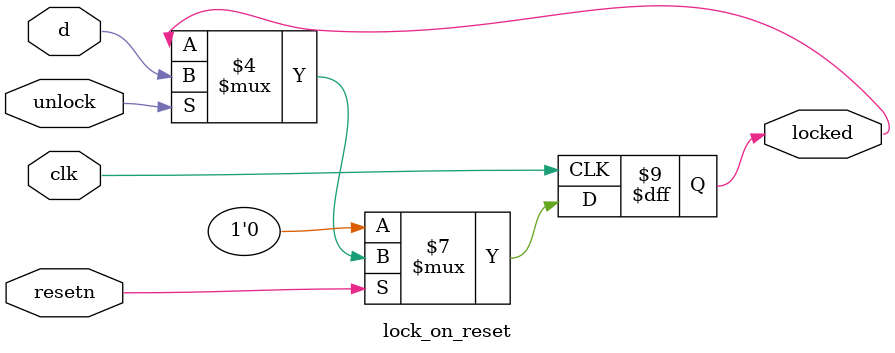
<source format=v>
module lock_on_reset
(
input wire clk,
input wire resetn,
input wire unlock,
input wire d,
output reg locked
);

always @(posedge clk) begin

    if (~resetn) locked <= 0;
    else if(unlock) locked <= d;
    else locked <= locked;
end

endmodule
</source>
